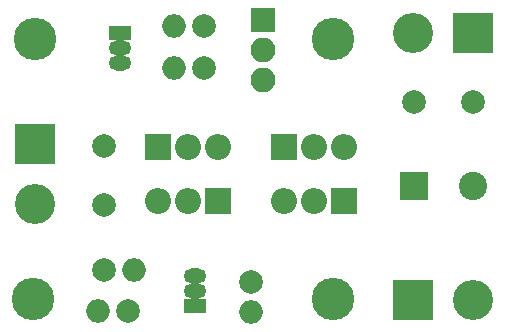
<source format=gbr>
G04 #@! TF.GenerationSoftware,KiCad,Pcbnew,(5.0.0-rc2-63-gd4393b281)*
G04 #@! TF.CreationDate,2018-06-11T18:19:14-07:00*
G04 #@! TF.ProjectId,H-THING,482D5448494E472E6B696361645F7063,rev?*
G04 #@! TF.SameCoordinates,Original*
G04 #@! TF.FileFunction,Soldermask,Bot*
G04 #@! TF.FilePolarity,Negative*
%FSLAX46Y46*%
G04 Gerber Fmt 4.6, Leading zero omitted, Abs format (unit mm)*
G04 Created by KiCad (PCBNEW (5.0.0-rc2-63-gd4393b281)) date 06/11/18 18:19:14*
%MOMM*%
%LPD*%
G01*
G04 APERTURE LIST*
%ADD10C,3.600000*%
%ADD11C,2.000000*%
%ADD12R,2.400000X2.400000*%
%ADD13C,2.400000*%
%ADD14R,3.400000X3.400000*%
%ADD15C,3.400000*%
%ADD16O,1.900000X1.300000*%
%ADD17R,1.900000X1.300000*%
%ADD18O,2.000000X2.000000*%
%ADD19R,2.100000X2.100000*%
%ADD20O,2.100000X2.100000*%
%ADD21R,2.200000X2.200000*%
%ADD22O,2.200000X2.200000*%
G04 APERTURE END LIST*
D10*
G04 #@! TO.C,MH3*
X168783000Y-113411000D03*
G04 #@! TD*
G04 #@! TO.C,MH2*
X168783000Y-91440000D03*
G04 #@! TD*
G04 #@! TO.C,MH4*
X143383000Y-113411000D03*
G04 #@! TD*
D11*
G04 #@! TO.C,C1*
X149352000Y-100457000D03*
X149352000Y-105457000D03*
G04 #@! TD*
D12*
G04 #@! TO.C,C2*
X175594000Y-103886000D03*
D13*
X180594000Y-103886000D03*
G04 #@! TD*
D11*
G04 #@! TO.C,C3*
X175594000Y-96774000D03*
X180594000Y-96774000D03*
G04 #@! TD*
D14*
G04 #@! TO.C,J1*
X143510000Y-100330000D03*
D15*
X143510000Y-105410000D03*
G04 #@! TD*
D14*
G04 #@! TO.C,J2*
X180594000Y-90932000D03*
D15*
X175514000Y-90932000D03*
G04 #@! TD*
D14*
G04 #@! TO.C,J3*
X175514000Y-113538000D03*
D15*
X180594000Y-113538000D03*
G04 #@! TD*
D16*
G04 #@! TO.C,Q1*
X157099000Y-112776000D03*
X157099000Y-111506000D03*
D17*
X157099000Y-114046000D03*
G04 #@! TD*
D16*
G04 #@! TO.C,Q6*
X150749000Y-92202000D03*
X150749000Y-93472000D03*
D17*
X150749000Y-90932000D03*
G04 #@! TD*
D11*
G04 #@! TO.C,R1*
X151384000Y-114427000D03*
D18*
X148844000Y-114427000D03*
G04 #@! TD*
D11*
G04 #@! TO.C,R2*
X149352000Y-110998000D03*
D18*
X151892000Y-110998000D03*
G04 #@! TD*
D11*
G04 #@! TO.C,R4*
X157861000Y-93853000D03*
D18*
X155321000Y-93853000D03*
G04 #@! TD*
D11*
G04 #@! TO.C,R5*
X157861000Y-90297000D03*
D18*
X155321000Y-90297000D03*
G04 #@! TD*
D19*
G04 #@! TO.C,J4*
X162814000Y-89789000D03*
D20*
X162814000Y-92329000D03*
X162814000Y-94869000D03*
G04 #@! TD*
D21*
G04 #@! TO.C,Q2*
X159004000Y-105156000D03*
D22*
X156464000Y-105156000D03*
X153924000Y-105156000D03*
G04 #@! TD*
D21*
G04 #@! TO.C,Q3*
X169672000Y-105156000D03*
D22*
X167132000Y-105156000D03*
X164592000Y-105156000D03*
G04 #@! TD*
D21*
G04 #@! TO.C,Q4*
X153924000Y-100584000D03*
D22*
X156464000Y-100584000D03*
X159004000Y-100584000D03*
G04 #@! TD*
D21*
G04 #@! TO.C,Q5*
X164592000Y-100584000D03*
D22*
X167132000Y-100584000D03*
X169672000Y-100584000D03*
G04 #@! TD*
D10*
G04 #@! TO.C,MH1*
X143510000Y-91440000D03*
G04 #@! TD*
D11*
G04 #@! TO.C,R6*
X161798000Y-112014000D03*
D18*
X161798000Y-114554000D03*
G04 #@! TD*
M02*

</source>
